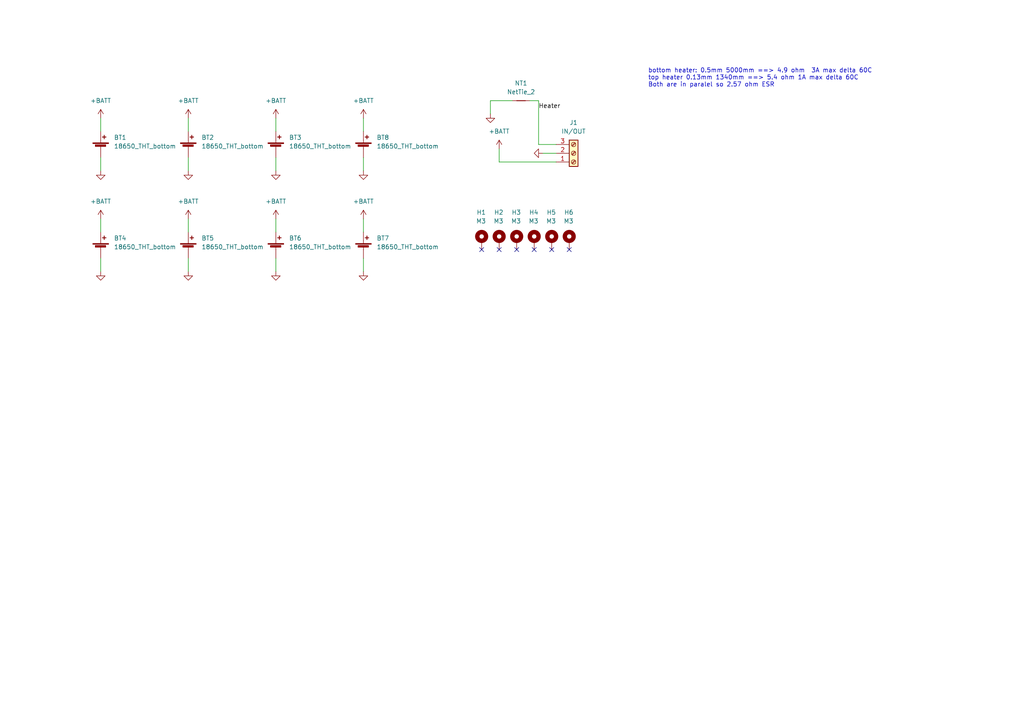
<source format=kicad_sch>
(kicad_sch (version 20211123) (generator eeschema)
  (paper "A4")
  (lib_symbols
    (symbol "Connector:Screw_Terminal_01x03" (pin_names (offset 1.016) hide)
      (property "Reference" "J" (at 0 5.08 0))
      (property "Value" "Screw_Terminal_01x03" (at 0 -5.08 0))
      (symbol "Screw_Terminal_01x03_1_1"
        (rectangle (start -1.27 3.81) (end 1.27 -3.81) (stroke (width 0.254)) (fill (type background)))
        (circle (center 0 -2.54) (radius 0.635) (stroke (width 0.1524)))
        (polyline (pts (xy -0.5334 -2.2098) (xy 0.3302 -3.048)) (stroke (width 0.1524)))
        (polyline (pts (xy -0.5334 0.3302) (xy 0.3302 -0.508)) (stroke (width 0.1524)))
        (polyline (pts (xy -0.5334 2.8702) (xy 0.3302 2.032)) (stroke (width 0.1524)))
        (polyline (pts (xy -0.3556 -2.032) (xy 0.508 -2.8702)) (stroke (width 0.1524)))
        (polyline (pts (xy -0.3556 0.508) (xy 0.508 -0.3302)) (stroke (width 0.1524)))
        (polyline (pts (xy -0.3556 3.048) (xy 0.508 2.2098)) (stroke (width 0.1524)))
        (circle (center 0 0) (radius 0.635) (stroke (width 0.1524)))
        (circle (center 0 2.54) (radius 0.635) (stroke (width 0.1524)))
        (pin passive line (at -5.08 2.54 0) (length 3.81) (name "Pin_1") (number "1"))
        (pin passive line (at -5.08 0 0) (length 3.81) (name "Pin_2") (number "2"))
        (pin passive line (at -5.08 -2.54 0) (length 3.81) (name "Pin_3") (number "3"))
      )
    )
    (symbol "Device:Battery_Cell" (pin_numbers hide) (pin_names (offset 0) hide)
      (property "Reference" "BT" (at 2.54 2.54 0))
      (property "Value" "Battery_Cell" (at 2.54 0 0))
      (symbol "Battery_Cell_0_1"
        (rectangle (start -2.286 1.778) (end 2.286 1.524) (fill (type outline)))
        (rectangle (start -1.5748 1.1938) (end 1.4732 0.6858) (fill (type outline)))
        (polyline (pts (xy 0 0.762) (xy 0 0)))
        (polyline (pts (xy 0 1.778) (xy 0 2.54)))
        (polyline (pts (xy 0.508 3.429) (xy 1.524 3.429)) (stroke (width 0.254)))
        (polyline (pts (xy 1.016 3.937) (xy 1.016 2.921)) (stroke (width 0.254)))
      )
      (symbol "Battery_Cell_1_1"
        (pin passive line (at 0 5.08 270) (length 2.54) (name "+") (number "1"))
        (pin passive line (at 0 -2.54 90) (length 2.54) (name "-") (number "2"))
      )
    )
    (symbol "Device:NetTie_2" (pin_numbers hide) (pin_names (offset 0) hide)
      (property "Reference" "NT" (at 0 1.27 0))
      (property "Value" "NetTie_2" (at 0 -1.27 0))
      (symbol "NetTie_2_0_1"
        (polyline (pts (xy -1.27 0) (xy 1.27 0)) (stroke (width 0.254)))
      )
      (symbol "NetTie_2_1_1"
        (pin passive line (at -2.54 0 0) (length 2.54) (name "1") (number "1"))
        (pin passive line (at 2.54 0 180) (length 2.54) (name "2") (number "2"))
      )
    )
    (symbol "Mechanical:MountingHole_Pad" (pin_numbers hide) (pin_names (offset 1.016) hide)
      (property "Reference" "H" (at 0 6.35 0))
      (property "Value" "MountingHole_Pad" (at 0 4.445 0))
      (symbol "MountingHole_Pad_0_1"
        (circle (center 0 1.27) (radius 1.27) (stroke (width 1.27)))
      )
      (symbol "MountingHole_Pad_1_1"
        (pin input line (at 0 -2.54 90) (length 2.54) (name "1") (number "1"))
      )
    )
    (symbol "power:+BATT" (power) (pin_names (offset 0))
      (property "Value" "+BATT" (at 0 3.556 0))
      (symbol "+BATT_0_1"
        (polyline (pts (xy -0.762 1.27) (xy 0 2.54)))
        (polyline (pts (xy 0 0) (xy 0 2.54)))
        (polyline (pts (xy 0 2.54) (xy 0.762 1.27)))
      )
      (symbol "+BATT_1_1"
        (pin power_in line (at 0 0 90) (length 0) hide (name "+BATT") (number "1"))
      )
    )
    (symbol "power:GND" (power) (pin_names (offset 0))
      (property "Value" "GND" (at 0 -3.81 0))
      (symbol "GND_0_1"
        (polyline (pts (xy 0 0) (xy 0 -1.27) (xy 1.27 -1.27) (xy 0 -2.54) (xy -1.27 -1.27) (xy 0 -1.27)))
      )
      (symbol "GND_1_1"
        (pin power_in line (at 0 0 270) (length 0) hide (name "GND") (number "1"))
      )
    )
  )
  (no_connect (at 154.94 72.39))
  (no_connect (at 160.02 72.39))
  (no_connect (at 165.1 72.39))
  (no_connect (at 139.7 72.39))
  (no_connect (at 149.86 72.39))
  (no_connect (at 144.78 72.39))
  (wire (pts (xy 54.61 74.93) (xy 54.61 78.74)))
  (wire (pts (xy 29.21 34.29) (xy 29.21 38.1)))
  (wire (pts (xy 144.78 43.18) (xy 144.78 46.99)))
  (wire (pts (xy 142.24 29.21) (xy 148.59 29.21)))
  (wire (pts (xy 156.21 29.21) (xy 156.21 41.91)))
  (wire (pts (xy 80.01 74.93) (xy 80.01 78.74)))
  (wire (pts (xy 144.78 46.99) (xy 161.29 46.99)))
  (wire (pts (xy 80.01 45.72) (xy 80.01 49.53)))
  (wire (pts (xy 161.29 44.45) (xy 157.48 44.45)))
  (wire (pts (xy 29.21 45.72) (xy 29.21 49.53)))
  (wire (pts (xy 105.41 45.72) (xy 105.41 49.53)))
  (wire (pts (xy 142.24 29.21) (xy 142.24 33.02)))
  (wire (pts (xy 54.61 63.5) (xy 54.61 67.31)))
  (wire (pts (xy 156.21 41.91) (xy 161.29 41.91)))
  (wire (pts (xy 54.61 34.29) (xy 54.61 38.1)))
  (wire (pts (xy 105.41 34.29) (xy 105.41 38.1)))
  (wire (pts (xy 153.67 29.21) (xy 156.21 29.21)))
  (wire (pts (xy 80.01 63.5) (xy 80.01 67.31)))
  (wire (pts (xy 29.21 74.93) (xy 29.21 78.74)))
  (wire (pts (xy 105.41 63.5) (xy 105.41 67.31)))
  (wire (pts (xy 54.61 45.72) (xy 54.61 49.53)))
  (wire (pts (xy 105.41 74.93) (xy 105.41 78.74)))
  (wire (pts (xy 80.01 34.29) (xy 80.01 38.1)))
  (wire (pts (xy 29.21 63.5) (xy 29.21 67.31)))
  (text "bottom heater: 0.5mm 5000mm ==> 4.9 ohm  3A max delta 60C  \ntop heater 0.13mm 1340mm ==> 5.4 ohm 1A max delta 60C\nBoth are in paralel so 2.57 ohm ESR" (at 187.96 25.4 0) (effects (font (size 1.27 1.27)) (justify left bottom)))
  (label "Heater" (at 156.21 31.75 0))
  (symbol (lib_id "power:+BATT") (at 29.21 63.5 0) (unit 1)
    (property "Reference" "#PWR0110" (effects hide))
    (property "Value" "+BATT" (at 29.21 58.42 0))
  )
  (symbol (lib_id "Device:NetTie_2") (at 151.13 29.21 0) (unit 1)
    (property "Reference" "NT1" (at 151.13 24.13 0))
    (property "Value" "NetTie_2" (at 151.13 26.67 0))
    (property "Footprint" "NetTie:NetTie-2_SMD_Pad0.5mm" (effects hide))
  )
  (symbol (lib_id "power:GND") (at 80.01 78.74 0) (unit 1)
    (property "Reference" "#PWR0103" (effects hide))
    (property "Value" "GND" (effects hide))
  )
  (symbol (lib_id "power:+BATT") (at 105.41 63.5 0) (unit 1)
    (property "Reference" "#PWR0113" (effects hide))
    (property "Value" "+BATT" (at 105.41 58.42 0))
  )
  (symbol (lib_id "Device:Battery_Cell") (at 29.21 72.39 0) (unit 1)
    (property "Reference" "BT4" (at 33.02 69.0879 0) (effects (justify left)))
    (property "Value" "18650_THT_bottom" (at 33.02 71.6279 0) (effects (justify left)))
    (property "Footprint" "Z_mycustom_footprint_lib:MYOUNG MY-18650-01" (effects hide))
  )
  (symbol (lib_id "power:GND") (at 142.24 33.02 0) (unit 1)
    (property "Reference" "#PWR0119" (effects hide))
    (property "Value" "GND" (effects hide))
  )
  (symbol (lib_id "power:+BATT") (at 80.01 34.29 0) (unit 1)
    (property "Reference" "#PWR0117" (effects hide))
    (property "Value" "+BATT" (at 80.01 29.21 0))
  )
  (symbol (lib_id "power:GND") (at 29.21 78.74 0) (unit 1)
    (property "Reference" "#PWR0107" (effects hide))
    (property "Value" "GND" (effects hide))
  )
  (symbol (lib_id "Device:Battery_Cell") (at 105.41 43.18 0) (unit 1)
    (property "Reference" "BT8" (at 109.22 39.8779 0) (effects (justify left)))
    (property "Value" "18650_THT_bottom" (at 109.22 42.4179 0) (effects (justify left)))
    (property "Footprint" "Z_mycustom_footprint_lib:MYOUNG MY-18650-01" (effects hide))
  )
  (symbol (lib_id "power:+BATT") (at 54.61 34.29 0) (unit 1)
    (property "Reference" "#PWR0108" (effects hide))
    (property "Value" "+BATT" (at 54.61 29.21 0))
  )
  (symbol (lib_id "power:+BATT") (at 54.61 63.5 0) (unit 1)
    (property "Reference" "#PWR0104" (effects hide))
    (property "Value" "+BATT" (at 54.61 58.42 0))
  )
  (symbol (lib_id "Connector:Screw_Terminal_01x03") (at 166.37 44.45 0) (mirror x) (unit 1)
    (property "Reference" "J1" (at 166.37 35.56 0))
    (property "Value" "IN/OUT" (at 166.37 38.1 0))
    (property "Footprint" "TerminalBlock:TerminalBlock_Altech_AK300-3_P5.00mm" (effects hide))
  )
  (symbol (lib_id "power:GND") (at 54.61 78.74 0) (unit 1)
    (property "Reference" "#PWR0106" (effects hide))
    (property "Value" "GND" (effects hide))
  )
  (symbol (lib_id "power:GND") (at 54.61 49.53 0) (unit 1)
    (property "Reference" "#PWR0109" (effects hide))
    (property "Value" "GND" (effects hide))
  )
  (symbol (lib_id "power:GND") (at 105.41 78.74 0) (unit 1)
    (property "Reference" "#PWR0114" (effects hide))
    (property "Value" "GND" (effects hide))
  )
  (symbol (lib_id "power:GND") (at 29.21 49.53 0) (unit 1)
    (property "Reference" "#PWR0105" (effects hide))
    (property "Value" "GND" (effects hide))
  )
  (symbol (lib_id "Mechanical:MountingHole_Pad") (at 149.86 69.85 0) (unit 1) (in_bom no)
    (property "Reference" "H3" (at 151.13 61.595 0) (effects (justify right)))
    (property "Value" "M3" (at 151.13 64.135 0) (effects (justify right)))
    (property "Footprint" "MountingHole:MountingHole_3.2mm_M3_ISO7380_Pad_TopBottom" (effects hide))
  )
  (symbol (lib_id "power:+BATT") (at 80.01 63.5 0) (unit 1)
    (property "Reference" "#PWR0101" (effects hide))
    (property "Value" "+BATT" (at 80.01 58.42 0))
  )
  (symbol (lib_id "Device:Battery_Cell") (at 80.01 72.39 0) (unit 1)
    (property "Reference" "BT6" (at 83.82 69.0879 0) (effects (justify left)))
    (property "Value" "18650_THT_bottom" (at 83.82 71.6279 0) (effects (justify left)))
    (property "Footprint" "Z_mycustom_footprint_lib:MYOUNG MY-18650-01" (effects hide))
  )
  (symbol (lib_id "power:+BATT") (at 105.41 34.29 0) (unit 1)
    (property "Reference" "#PWR0118" (effects hide))
    (property "Value" "+BATT" (at 105.41 29.21 0))
  )
  (symbol (lib_id "Device:Battery_Cell") (at 80.01 43.18 0) (unit 1)
    (property "Reference" "BT3" (at 83.82 39.8779 0) (effects (justify left)))
    (property "Value" "18650_THT_bottom" (at 83.82 42.4179 0) (effects (justify left)))
    (property "Footprint" "Z_mycustom_footprint_lib:MYOUNG MY-18650-01" (effects hide))
  )
  (symbol (lib_id "Mechanical:MountingHole_Pad") (at 139.7 69.85 0) (unit 1) (in_bom no)
    (property "Reference" "H1" (at 140.97 61.595 0) (effects (justify right)))
    (property "Value" "M3" (at 140.97 64.135 0) (effects (justify right)))
    (property "Footprint" "MountingHole:MountingHole_3.2mm_M3_ISO7380_Pad_TopBottom" (effects hide))
  )
  (symbol (lib_id "Device:Battery_Cell") (at 29.21 43.18 0) (unit 1)
    (property "Reference" "BT1" (at 33.02 39.8779 0) (effects (justify left)))
    (property "Value" "18650_THT_bottom" (at 33.02 42.4179 0) (effects (justify left)))
    (property "Footprint" "Z_mycustom_footprint_lib:MYOUNG MY-18650-01" (effects hide))
  )
  (symbol (lib_id "power:GND") (at 157.48 44.45 270) (unit 1)
    (property "Reference" "#PWR0116" (effects hide))
    (property "Value" "GND" (effects hide))
  )
  (symbol (lib_id "power:GND") (at 105.41 49.53 0) (unit 1)
    (property "Reference" "#PWR0111" (effects hide))
    (property "Value" "GND" (effects hide))
  )
  (symbol (lib_id "Mechanical:MountingHole_Pad") (at 144.78 69.85 0) (unit 1) (in_bom no)
    (property "Reference" "H2" (at 146.05 61.595 0) (effects (justify right)))
    (property "Value" "M3" (at 146.05 64.135 0) (effects (justify right)))
    (property "Footprint" "MountingHole:MountingHole_3.2mm_M3_ISO7380_Pad_TopBottom" (effects hide))
  )
  (symbol (lib_id "Mechanical:MountingHole_Pad") (at 160.02 69.85 0) (unit 1) (in_bom no)
    (property "Reference" "H5" (at 161.29 61.595 0) (effects (justify right)))
    (property "Value" "M3" (at 161.29 64.135 0) (effects (justify right)))
    (property "Footprint" "MountingHole:MountingHole_3.2mm_M3_ISO7380_Pad_TopBottom" (effects hide))
  )
  (symbol (lib_id "Device:Battery_Cell") (at 105.41 72.39 0) (unit 1)
    (property "Reference" "BT7" (at 109.22 69.0879 0) (effects (justify left)))
    (property "Value" "18650_THT_bottom" (at 109.22 71.6279 0) (effects (justify left)))
    (property "Footprint" "Z_mycustom_footprint_lib:MYOUNG MY-18650-01" (effects hide))
  )
  (symbol (lib_id "power:+BATT") (at 144.78 43.18 0) (unit 1)
    (property "Reference" "#PWR0115" (effects hide))
    (property "Value" "+BATT" (at 144.78 38.1 0))
  )
  (symbol (lib_id "Mechanical:MountingHole_Pad") (at 165.1 69.85 0) (unit 1) (in_bom no)
    (property "Reference" "H6" (at 166.37 61.595 0) (effects (justify right)))
    (property "Value" "M3" (at 166.37 64.135 0) (effects (justify right)))
    (property "Footprint" "MountingHole:MountingHole_3.2mm_M3_ISO7380_Pad_TopBottom" (effects hide))
  )
  (symbol (lib_id "power:+BATT") (at 29.21 34.29 0) (unit 1)
    (property "Reference" "#PWR0102" (effects hide))
    (property "Value" "+BATT" (at 29.21 29.21 0))
  )
  (symbol (lib_id "power:GND") (at 80.01 49.53 0) (unit 1)
    (property "Reference" "#PWR0112" (effects hide))
    (property "Value" "GND" (effects hide))
  )
  (symbol (lib_id "Device:Battery_Cell") (at 54.61 43.18 0) (unit 1)
    (property "Reference" "BT2" (at 58.42 39.8779 0) (effects (justify left)))
    (property "Value" "18650_THT_bottom" (at 58.42 42.4179 0) (effects (justify left)))
    (property "Footprint" "Z_mycustom_footprint_lib:MYOUNG MY-18650-01" (effects hide))
  )
  (symbol (lib_id "Device:Battery_Cell") (at 54.61 72.39 0) (unit 1)
    (property "Reference" "BT5" (at 58.42 69.0879 0) (effects (justify left)))
    (property "Value" "18650_THT_bottom" (at 58.42 71.6279 0) (effects (justify left)))
    (property "Footprint" "Z_mycustom_footprint_lib:MYOUNG MY-18650-01" (effects hide))
  )
  (symbol (lib_id "Mechanical:MountingHole_Pad") (at 154.94 69.85 0) (unit 1) (in_bom no)
    (property "Reference" "H4" (at 156.21 61.595 0) (effects (justify right)))
    (property "Value" "M3" (at 156.21 64.135 0) (effects (justify right)))
    (property "Footprint" "MountingHole:MountingHole_3.2mm_M3_ISO7380_Pad_TopBottom" (effects hide))
  )
)
</source>
